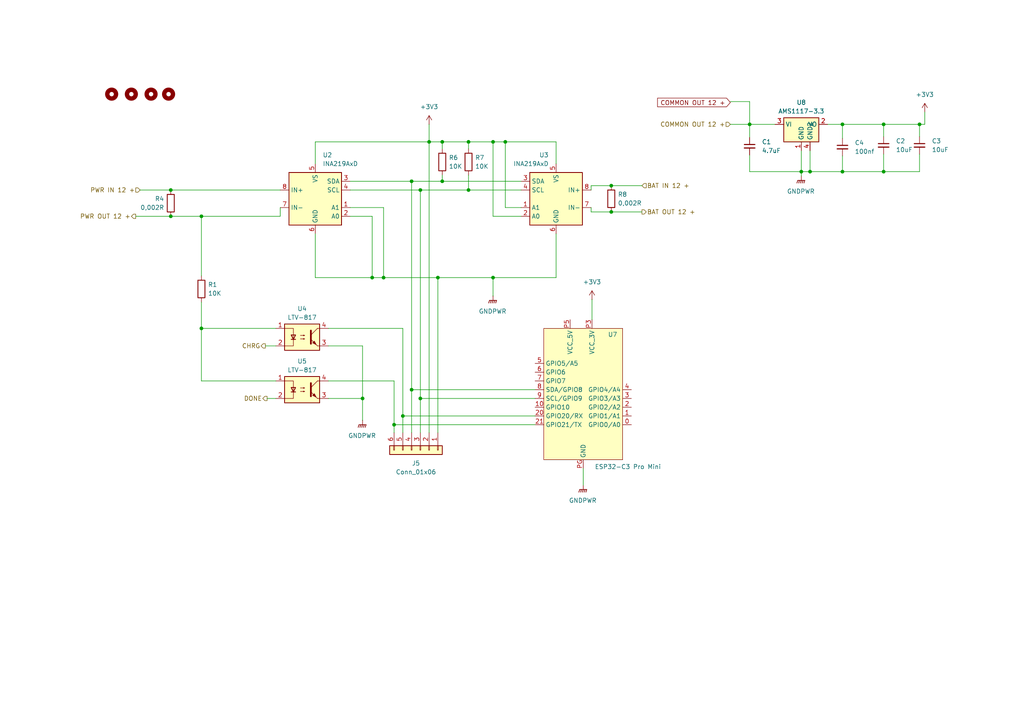
<source format=kicad_sch>
(kicad_sch (version 20250114) (generator "eeschema") (generator_version "9.0")
  (paper "A4")
  (lib_symbols
    (symbol "Connector_Generic:Conn_01x06" (pin_names (offset 1.016) (hide yes))
      (property "Reference" "J" (at 0 7.62 0))
      (property "Value" "Conn_01x06" (at 0 -10.16 0))
      (symbol "Conn_01x06_1_1"
        (rectangle (start -1.27 6.35) (end 1.27 -8.89) (stroke (width 0.254)) (fill (type background)))
        (rectangle (start -1.27 5.207) (end 0 4.953) (stroke (width 0.1524)))
        (rectangle (start -1.27 2.667) (end 0 2.413) (stroke (width 0.1524)))
        (rectangle (start -1.27 0.127) (end 0 -0.127) (stroke (width 0.1524)))
        (rectangle (start -1.27 -2.413) (end 0 -2.667) (stroke (width 0.1524)))
        (rectangle (start -1.27 -4.953) (end 0 -5.207) (stroke (width 0.1524)))
        (rectangle (start -1.27 -7.493) (end 0 -7.747) (stroke (width 0.1524)))
        (pin passive line (at -5.08 5.08 0) (length 3.81) (name "Pin_1") (number "1"))
        (pin passive line (at -5.08 2.54 0) (length 3.81) (name "Pin_2") (number "2"))
        (pin passive line (at -5.08 0 0) (length 3.81) (name "Pin_3") (number "3"))
        (pin passive line (at -5.08 -2.54 0) (length 3.81) (name "Pin_4") (number "4"))
        (pin passive line (at -5.08 -5.08 0) (length 3.81) (name "Pin_5") (number "5"))
        (pin passive line (at -5.08 -7.62 0) (length 3.81) (name "Pin_6") (number "6"))
      )
    )
    (symbol "Device:C_Small" (pin_numbers (hide yes)) (pin_names (offset 0.254) (hide yes))
      (property "Reference" "C" (at 0.254 1.778 0))
      (property "Value" "C_Small" (at 0.254 -2.032 0))
      (symbol "C_Small_0_1"
        (polyline (pts (xy -1.524 0.508) (xy 1.524 0.508)) (stroke (width 0.3048)))
        (polyline (pts (xy -1.524 -0.508) (xy 1.524 -0.508)) (stroke (width 0.3302)))
      )
      (symbol "C_Small_1_1"
        (pin passive line (at 0 2.54 270) (length 2.032) (name "~") (number "1"))
        (pin passive line (at 0 -2.54 90) (length 2.032) (name "~") (number "2"))
      )
    )
    (symbol "Device:R" (pin_numbers (hide yes)) (pin_names (offset 0))
      (property "Reference" "R" (at 2.032 0 90))
      (property "Value" "R" (at 0 0 90))
      (symbol "R_0_1"
        (rectangle (start -1.016 -2.54) (end 1.016 2.54) (stroke (width 0.254)))
      )
      (symbol "R_1_1"
        (pin passive line (at 0 3.81 270) (length 1.27) (name "~") (number "1"))
        (pin passive line (at 0 -3.81 90) (length 1.27) (name "~") (number "2"))
      )
    )
    (symbol "Isolator:LTV-817" (pin_names (offset 1.016))
      (property "Reference" "U" (at -5.08 5.08 0))
      (property "Value" "LTV-817" (at 0 5.08 0))
      (symbol "LTV-817_0_1"
        (rectangle (start -5.08 3.81) (end 5.08 -3.81) (stroke (width 0.254)) (fill (type background)))
        (polyline (pts (xy -5.08 2.54) (xy -2.54 2.54) (xy -2.54 -0.762)))
        (polyline (pts (xy -3.175 -0.635) (xy -1.905 -0.635)) (stroke (width 0.254)))
        (polyline (pts (xy -2.54 -0.635) (xy -2.54 -2.54) (xy -5.08 -2.54)))
        (polyline (pts (xy -2.54 -0.635) (xy -3.175 0.635) (xy -1.905 0.635) (xy -2.54 -0.635)) (stroke (width 0.254)))
        (polyline (pts (xy -0.508 0.508) (xy 0.762 0.508) (xy 0.381 0.381) (xy 0.381 0.635) (xy 0.762 0.508)))
        (polyline (pts (xy -0.508 -0.508) (xy 0.762 -0.508) (xy 0.381 -0.635) (xy 0.381 -0.381) (xy 0.762 -0.508)))
        (polyline (pts (xy 2.54 1.905) (xy 2.54 -1.905)) (stroke (width 0.508)))
        (polyline (pts (xy 2.54 0.635) (xy 4.445 2.54)))
        (polyline (pts (xy 3.048 -1.651) (xy 3.556 -1.143) (xy 4.064 -2.159) (xy 3.048 -1.651)) (fill (type outline)))
        (polyline (pts (xy 4.445 2.54) (xy 5.08 2.54)))
        (polyline (pts (xy 4.445 -2.54) (xy 2.54 -0.635)) (fill (type outline)))
        (polyline (pts (xy 4.445 -2.54) (xy 5.08 -2.54)))
      )
      (symbol "LTV-817_1_1"
        (pin passive line (at -7.62 2.54 0) (length 2.54) (name "~") (number "1"))
        (pin passive line (at -7.62 -2.54 0) (length 2.54) (name "~") (number "2"))
        (pin passive line (at 7.62 2.54 180) (length 2.54) (name "~") (number "4"))
        (pin passive line (at 7.62 -2.54 180) (length 2.54) (name "~") (number "3"))
      )
    )
    (symbol "MCU_Module_local:ESP32_C3_Pro_Mini"
      (property "Reference" "U" (at 7.366 22.606 0))
      (property "Value" "ESP32-C3 Pro Mini" (at 0 -13.716 0))
      (symbol "ESP32_C3_Pro_Mini_1_0"
        (pin unspecified line (at -13.97 0 0) (length 2.54) (name "GPIO4/A4") (number "4"))
        (pin unspecified line (at -13.97 -2.54 0) (length 2.54) (name "GPIO3/A3") (number "3"))
        (pin unspecified line (at -13.97 -5.08 0) (length 2.54) (name "GPIO2/A2") (number "2"))
        (pin unspecified line (at -13.97 -7.62 0) (length 2.54) (name "GPIO1/A1") (number "1"))
        (pin unspecified line (at -13.97 -10.16 0) (length 2.54) (name "GPIO0/A0") (number "0"))
        (pin power_in line (at -2.54 20.32 270) (length 2.54) (name "VCC_3V") (number "P3"))
        (pin unspecified line (at 0 -22.86 90) (length 2.54) (name "GND") (number "PG"))
        (pin unspecified line (at 3.81 20.32 270) (length 2.54) (name "VCC_5V") (number "P5"))
        (pin unspecified line (at 13.97 7.62 180) (length 2.54) (name "GPIO5/A5") (number "5"))
        (pin unspecified line (at 13.97 5.08 180) (length 2.54) (name "GPIO6") (number "6"))
        (pin unspecified line (at 13.97 2.54 180) (length 2.54) (name "GPIO7") (number "7"))
        (pin unspecified line (at 13.97 0 180) (length 2.54) (name "SDA/GPIO8") (number "8"))
        (pin unspecified line (at 13.97 -2.54 180) (length 2.54) (name "SCL/GPIO9") (number "9"))
        (pin unspecified line (at 13.97 -5.08 180) (length 2.54) (name "GPIO10") (number "10"))
        (pin unspecified line (at 13.97 -7.62 180) (length 2.54) (name "GPIO20/RX") (number "20"))
        (pin unspecified line (at 13.97 -10.16 180) (length 2.54) (name "GPIO21/TX") (number "21"))
      )
      (symbol "ESP32_C3_Pro_Mini_1_1"
        (rectangle (start -11.43 17.78) (end 11.43 -20.32) (fill (type background)))
      )
    )
    (symbol "Mechanical:MountingHole" (pin_names (offset 1.016)) (in_bom no)
      (property "Reference" "H" (at 0 5.08 0))
      (property "Value" "MountingHole" (at 0 3.175 0))
      (symbol "MountingHole_0_1"
        (circle (center 0 0) (radius 1.27) (stroke (width 1.27)))
      )
    )
    (symbol "Regulator_Linear:AMS1117-3.3"
      (property "Reference" "U8" (at 0 6.35 0))
      (property "Value" "AMS1117-3.3" (at 0 3.81 0))
      (symbol "AMS1117-3.3_0_1"
        (rectangle (start -5.08 -5.08) (end 5.08 1.905) (stroke (width 0.254)) (fill (type background)))
      )
      (symbol "AMS1117-3.3_1_0"
        (pin power_out line (at 2.54 -7.62 90) (length 2.54) (name "GND2") (number "4"))
      )
      (symbol "AMS1117-3.3_1_1"
        (pin power_in line (at -7.62 0 0) (length 2.54) (name "VI") (number "3"))
        (pin power_in line (at 0 -7.62 90) (length 2.54) (name "GND") (number "1"))
        (pin power_out line (at 7.62 0 180) (length 2.54) (name "VO") (number "2"))
      )
    )
    (symbol "Sensor_Energy:INA219AxD"
      (property "Reference" "U" (at -6.35 8.89 0))
      (property "Value" "INA219AxD" (at 5.08 8.89 0))
      (symbol "INA219AxD_0_1"
        (rectangle (start -7.62 7.62) (end 7.62 -7.62) (stroke (width 0.254)) (fill (type background)))
      )
      (symbol "INA219AxD_1_1"
        (pin input line (at -10.16 2.54 0) (length 2.54) (name "IN+") (number "8"))
        (pin input line (at -10.16 -2.54 0) (length 2.54) (name "IN-") (number "7"))
        (pin power_in line (at 0 10.16 270) (length 2.54) (name "VS") (number "5"))
        (pin power_in line (at 0 -10.16 90) (length 2.54) (name "GND") (number "6"))
        (pin bidirectional line (at 10.16 5.08 180) (length 2.54) (name "SDA") (number "3"))
        (pin input line (at 10.16 2.54 180) (length 2.54) (name "SCL") (number "4"))
        (pin input line (at 10.16 -2.54 180) (length 2.54) (name "A1") (number "1"))
        (pin input line (at 10.16 -5.08 180) (length 2.54) (name "A0") (number "2"))
      )
    )
    (symbol "power:+3V3" (power) (pin_numbers (hide yes)) (pin_names (offset 0) (hide yes))
      (property "Value" "+3V3" (at 0 3.556 0))
      (symbol "+3V3_0_1"
        (polyline (pts (xy -0.762 1.27) (xy 0 2.54)))
        (polyline (pts (xy 0 2.54) (xy 0.762 1.27)))
        (polyline (pts (xy 0 0) (xy 0 2.54)))
      )
      (symbol "+3V3_1_1"
        (pin power_in line (at 0 0 90) (length 0) (name "~") (number "1"))
      )
    )
    (symbol "power:GNDPWR" (power) (pin_numbers (hide yes)) (pin_names (offset 0) (hide yes))
      (property "Value" "GNDPWR" (at 0 -3.302 0))
      (symbol "GNDPWR_0_1"
        (polyline (pts (xy -1.016 -1.27) (xy -1.27 -2.032) (xy -1.27 -2.032)) (stroke (width 0.2032)))
        (polyline (pts (xy -0.508 -1.27) (xy -0.762 -2.032) (xy -0.762 -2.032)) (stroke (width 0.2032)))
        (polyline (pts (xy 0 -1.27) (xy 0 0)))
        (polyline (pts (xy 0 -1.27) (xy -0.254 -2.032) (xy -0.254 -2.032)) (stroke (width 0.2032)))
        (polyline (pts (xy 0.508 -1.27) (xy 0.254 -2.032) (xy 0.254 -2.032)) (stroke (width 0.2032)))
        (polyline (pts (xy 1.016 -1.27) (xy -1.016 -1.27) (xy -1.016 -1.27)) (stroke (width 0.2032)))
        (polyline (pts (xy 1.016 -1.27) (xy 0.762 -2.032) (xy 0.762 -2.032) (xy 0.762 -2.032)) (stroke (width 0.2032)))
      )
      (symbol "GNDPWR_1_1"
        (pin power_in line (at 0 0 270) (length 0) (name "~") (number "1"))
      )
    )
  )
  (junction (at 128.27 52.578))
  (junction (at 111.252 80.518))
  (junction (at 217.424 36.068))
  (junction (at 119.38 113.03))
  (junction (at 232.41 49.784))
  (junction (at 116.84 120.65))
  (junction (at 177.292 53.848))
  (junction (at 124.46 41.148))
  (junction (at 49.53 62.738))
  (junction (at 105.156 115.57))
  (junction (at 234.95 49.784))
  (junction (at 135.89 41.148))
  (junction (at 128.27 41.148))
  (junction (at 58.42 95.25))
  (junction (at 49.53 55.118))
  (junction (at 256.286 49.784))
  (junction (at 143.002 41.148))
  (junction (at 146.558 41.148))
  (junction (at 121.92 55.118))
  (junction (at 135.89 55.118))
  (junction (at 114.3 123.19))
  (junction (at 177.292 61.468))
  (junction (at 266.7 36.068))
  (junction (at 119.38 52.578))
  (junction (at 256.286 36.068))
  (junction (at 121.92 115.57))
  (junction (at 107.95 80.518))
  (junction (at 244.348 49.784))
  (junction (at 244.348 36.068))
  (junction (at 143.002 80.518))
  (junction (at 127 80.518))
  (junction (at 58.42 62.738))
  (wire (pts (xy 256.286 36.068) (xy 266.7 36.068)))
  (wire (pts (xy 268.224 32.512) (xy 268.224 36.068)))
  (wire (pts (xy 101.6 62.738) (xy 107.95 62.738)))
  (wire (pts (xy 124.46 41.148) (xy 124.46 125.476)))
  (wire (pts (xy 127 80.518) (xy 143.002 80.518)))
  (wire (pts (xy 107.95 62.738) (xy 107.95 80.518)))
  (wire (pts (xy 95.25 100.33) (xy 105.156 100.33)))
  (wire (pts (xy 240.03 36.068) (xy 244.348 36.068)))
  (wire (pts (xy 119.38 52.578) (xy 119.38 113.03)))
  (wire (pts (xy 211.836 29.464) (xy 217.424 29.464)))
  (wire (pts (xy 143.002 80.518) (xy 161.29 80.518)))
  (wire (pts (xy 121.92 115.57) (xy 121.92 125.476)))
  (wire (pts (xy 39.37 62.738) (xy 49.53 62.738)))
  (wire (pts (xy 169.164 135.89) (xy 169.164 140.716)))
  (wire (pts (xy 171.704 86.868) (xy 171.704 92.71)))
  (wire (pts (xy 128.27 52.578) (xy 151.13 52.578)))
  (wire (pts (xy 266.7 49.784) (xy 256.286 49.784)))
  (wire (pts (xy 234.95 43.688) (xy 234.95 49.784)))
  (wire (pts (xy 171.45 55.118) (xy 171.45 53.848)))
  (wire (pts (xy 256.286 44.704) (xy 256.286 49.784)))
  (wire (pts (xy 95.25 115.57) (xy 105.156 115.57)))
  (wire (pts (xy 266.7 44.704) (xy 266.7 49.784)))
  (wire (pts (xy 143.002 80.518) (xy 143.002 85.852)))
  (wire (pts (xy 111.252 80.518) (xy 127 80.518)))
  (wire (pts (xy 151.13 62.738) (xy 143.002 62.738)))
  (wire (pts (xy 58.42 62.738) (xy 58.42 80.01)))
  (wire (pts (xy 111.252 60.198) (xy 111.252 80.518)))
  (wire (pts (xy 217.424 36.068) (xy 217.424 39.878)))
  (wire (pts (xy 143.002 41.148) (xy 143.002 62.738)))
  (wire (pts (xy 128.27 50.8) (xy 128.27 52.578)))
  (wire (pts (xy 105.156 115.57) (xy 105.156 121.92)))
  (wire (pts (xy 119.38 113.03) (xy 119.38 125.476)))
  (wire (pts (xy 244.348 36.068) (xy 244.348 40.132)))
  (wire (pts (xy 232.41 43.688) (xy 232.41 49.784)))
  (wire (pts (xy 171.45 61.468) (xy 177.292 61.468)))
  (wire (pts (xy 217.424 36.068) (xy 224.79 36.068)))
  (wire (pts (xy 161.29 41.148) (xy 161.29 47.498)))
  (wire (pts (xy 135.89 41.148) (xy 143.002 41.148)))
  (wire (pts (xy 119.38 113.03) (xy 155.194 113.03)))
  (wire (pts (xy 91.44 80.518) (xy 107.95 80.518)))
  (wire (pts (xy 91.44 67.818) (xy 91.44 80.518)))
  (wire (pts (xy 128.27 41.148) (xy 128.27 43.18)))
  (wire (pts (xy 121.92 55.118) (xy 135.89 55.118)))
  (wire (pts (xy 135.89 50.8) (xy 135.89 55.118)))
  (wire (pts (xy 107.95 80.518) (xy 111.252 80.518)))
  (wire (pts (xy 40.64 55.118) (xy 49.53 55.118)))
  (wire (pts (xy 171.45 53.848) (xy 177.292 53.848)))
  (wire (pts (xy 101.6 60.198) (xy 111.252 60.198)))
  (wire (pts (xy 116.84 95.25) (xy 95.25 95.25)))
  (wire (pts (xy 76.962 100.33) (xy 80.01 100.33)))
  (wire (pts (xy 135.89 41.148) (xy 135.89 43.18)))
  (wire (pts (xy 135.89 55.118) (xy 151.13 55.118)))
  (wire (pts (xy 127 80.518) (xy 127 125.476)))
  (wire (pts (xy 114.3 110.49) (xy 114.3 123.19)))
  (wire (pts (xy 211.836 36.068) (xy 217.424 36.068)))
  (wire (pts (xy 171.45 60.198) (xy 171.45 61.468)))
  (wire (pts (xy 177.292 53.848) (xy 186.182 53.848)))
  (wire (pts (xy 101.6 52.578) (xy 119.38 52.578)))
  (wire (pts (xy 232.41 49.784) (xy 232.41 51.054)))
  (wire (pts (xy 58.42 87.63) (xy 58.42 95.25)))
  (wire (pts (xy 124.46 36.068) (xy 124.46 41.148)))
  (wire (pts (xy 217.424 29.464) (xy 217.424 36.068)))
  (wire (pts (xy 77.47 115.57) (xy 80.01 115.57)))
  (wire (pts (xy 91.44 41.148) (xy 91.44 47.498)))
  (wire (pts (xy 114.3 123.19) (xy 155.194 123.19)))
  (wire (pts (xy 244.348 45.212) (xy 244.348 49.784)))
  (wire (pts (xy 256.286 39.624) (xy 256.286 36.068)))
  (wire (pts (xy 146.558 60.198) (xy 151.13 60.198)))
  (wire (pts (xy 177.292 61.468) (xy 186.182 61.468)))
  (wire (pts (xy 232.41 49.784) (xy 234.95 49.784)))
  (wire (pts (xy 114.3 123.19) (xy 114.3 125.476)))
  (wire (pts (xy 217.424 44.958) (xy 217.424 49.784)))
  (wire (pts (xy 234.95 49.784) (xy 244.348 49.784)))
  (wire (pts (xy 58.42 62.738) (xy 81.28 62.738)))
  (wire (pts (xy 116.84 120.65) (xy 155.194 120.65)))
  (wire (pts (xy 146.558 41.148) (xy 161.29 41.148)))
  (wire (pts (xy 58.42 110.49) (xy 80.01 110.49)))
  (wire (pts (xy 143.002 41.148) (xy 146.558 41.148)))
  (wire (pts (xy 116.84 95.25) (xy 116.84 120.65)))
  (wire (pts (xy 121.92 55.118) (xy 121.92 115.57)))
  (wire (pts (xy 128.27 41.148) (xy 135.89 41.148)))
  (wire (pts (xy 244.348 49.784) (xy 256.286 49.784)))
  (wire (pts (xy 266.7 36.068) (xy 268.224 36.068)))
  (wire (pts (xy 161.29 80.518) (xy 161.29 67.818)))
  (wire (pts (xy 58.42 95.25) (xy 58.42 110.49)))
  (wire (pts (xy 266.7 39.624) (xy 266.7 36.068)))
  (wire (pts (xy 116.84 120.65) (xy 116.84 125.476)))
  (wire (pts (xy 105.156 100.33) (xy 105.156 115.57)))
  (wire (pts (xy 146.558 41.148) (xy 146.558 60.198)))
  (wire (pts (xy 49.53 62.738) (xy 58.42 62.738)))
  (wire (pts (xy 58.42 95.25) (xy 80.01 95.25)))
  (wire (pts (xy 91.44 41.148) (xy 124.46 41.148)))
  (wire (pts (xy 217.424 49.784) (xy 232.41 49.784)))
  (wire (pts (xy 101.6 55.118) (xy 121.92 55.118)))
  (wire (pts (xy 119.38 52.578) (xy 128.27 52.578)))
  (wire (pts (xy 49.53 55.118) (xy 81.28 55.118)))
  (wire (pts (xy 114.3 110.49) (xy 95.25 110.49)))
  (wire (pts (xy 124.46 41.148) (xy 128.27 41.148)))
  (wire (pts (xy 244.348 36.068) (xy 256.286 36.068)))
  (wire (pts (xy 121.92 115.57) (xy 155.194 115.57)))
  (wire (pts (xy 81.28 62.738) (xy 81.28 60.198)))
  (global_label "COMMON OUT 12 +" (shape input) (at 211.836 29.718 180) (property "Intersheetrefs" "${INTERSHEET_REFS}" (effects (hide yes))))
  (hierarchical_label "BAT OUT 12 +" (shape output) (at 186.182 61.468 0))
  (hierarchical_label "BAT IN 12 +" (shape input) (at 186.182 53.848 0))
  (hierarchical_label "COMMON OUT 12 +" (shape input) (at 211.836 36.068 180))
  (hierarchical_label "PWR IN 12 +" (shape input) (at 40.64 55.118 180))
  (hierarchical_label "CHRG" (shape output) (at 76.962 100.33 180))
  (hierarchical_label "DONE" (shape output) (at 77.47 115.57 180))
  (hierarchical_label "PWR OUT 12 +" (shape output) (at 39.37 62.738 180))
  (symbol (lib_id "power:+3V3") (at 171.704 86.868 0) (unit 1)
    (property "Reference" "#PWR014" (effects (hide yes)))
    (property "Value" "+3V3" (at 171.704 81.788 0))
    (property "Description" "Power symbol creates a global label with name \"+3V3\"" (effects (hide yes)))
  )
  (symbol (lib_id "Device:C_Small") (at 217.424 42.418 0) (unit 1)
    (property "Reference" "C1" (at 220.98 41.1542 0) (effects (justify left)))
    (property "Value" "4.7uF" (at 220.98 43.6942 0) (effects (justify left)))
    (property "Footprint" "Capacitor_SMD:C_1210_3225Metric_Pad1.33x2.70mm_HandSolder" (effects (hide yes)))
    (property "Description" "Unpolarized capacitor, small symbol" (effects (hide yes)))
  )
  (symbol (lib_id "Mechanical:MountingHole") (at 43.815 27.305 0) (unit 1) (in_bom no)
    (property "Reference" "H3" (effects (hide yes)))
    (property "Value" "MountingHole" (effects (hide yes)))
    (property "Footprint" "MountingHole:MountingHole_3.5mm_Pad_TopBottom" (effects (hide yes)))
    (property "Description" "Mounting Hole without connection" (effects (hide yes)))
  )
  (symbol (lib_id "Device:R") (at 58.42 83.82 0) (unit 1)
    (property "Reference" "R1" (at 60.325 82.5499 0) (effects (justify left)))
    (property "Value" "10K" (at 60.325 85.0899 0) (effects (justify left)))
    (property "Footprint" "Resistor_SMD:R_0603_1608Metric_Pad0.98x0.95mm_HandSolder" (effects (hide yes)))
  )
  (symbol (lib_id "power:GNDPWR") (at 232.41 51.054 0) (unit 1)
    (property "Reference" "#PWR013" (effects (hide yes)))
    (property "Value" "GNDPWR" (at 232.283 55.499 0))
    (property "Description" "Power symbol creates a global label with name \"GNDPWR\" , global ground" (effects (hide yes)))
  )
  (symbol (lib_id "Device:R") (at 128.27 46.99 0) (unit 1)
    (property "Reference" "R6" (at 130.175 45.7199 0) (effects (justify left)))
    (property "Value" "10K" (at 130.175 48.2599 0) (effects (justify left)))
    (property "Footprint" "Resistor_SMD:R_0805_2012Metric_Pad1.20x1.40mm_HandSolder" (effects (hide yes)))
  )
  (symbol (lib_id "Isolator:LTV-817") (at 87.63 97.79 0) (unit 1)
    (property "Reference" "U4" (at 87.63 89.535 0))
    (property "Value" "LTV-817" (at 87.63 92.075 0))
    (property "Footprint" "Package_DIP:DIP-4_W7.62mm" (effects (hide yes)))
    (property "Datasheet" "http://www.us.liteon.com/downloads/LTV-817-827-847.PDF" (effects (hide yes)))
    (property "Description" "DC Optocoupler, Vce 35V, CTR 50%, DIP-4" (effects (hide yes)))
  )
  (symbol (lib_id "Regulator_Linear:AMS1117-3.3") (at 232.41 36.068 0) (unit 1)
    (property "Reference" "U8" (at 232.41 29.718 0))
    (property "Value" "AMS1117-3.3" (at 232.41 32.258 0))
    (property "Footprint" "Package_TO_SOT_SMD:SOT-223-3_TabPin2" (effects (hide yes)))
    (property "Datasheet" "http://www.advanced-monolithic.com/pdf/ds1117.pdf" (effects (hide yes)))
    (property "Description" "1A Low Dropout regulator, positive, 3.3V fixed output, SOT-223" (effects (hide yes)))
  )
  (symbol (lib_id "Device:R") (at 135.89 46.99 0) (unit 1)
    (property "Reference" "R7" (at 137.795 45.7199 0) (effects (justify left)))
    (property "Value" "10K" (at 137.795 48.2599 0) (effects (justify left)))
    (property "Footprint" "Resistor_SMD:R_0805_2012Metric_Pad1.20x1.40mm_HandSolder" (effects (hide yes)))
  )
  (symbol (lib_id "power:+3V3") (at 268.224 32.512 0) (unit 1)
    (property "Reference" "#PWR012" (effects (hide yes)))
    (property "Value" "+3V3" (at 268.224 27.432 0))
    (property "Description" "Power symbol creates a global label with name \"+3V3\"" (effects (hide yes)))
  )
  (symbol (lib_id "Mechanical:MountingHole") (at 38.1 27.305 0) (unit 1) (in_bom no)
    (property "Reference" "H2" (effects (hide yes)))
    (property "Value" "MountingHole" (effects (hide yes)))
    (property "Footprint" "MountingHole:MountingHole_3.5mm_Pad_TopBottom" (effects (hide yes)))
    (property "Description" "Mounting Hole without connection" (effects (hide yes)))
  )
  (symbol (lib_id "power:GNDPWR") (at 143.002 85.852 0) (unit 1)
    (property "Reference" "#PWR02" (effects (hide yes)))
    (property "Value" "GNDPWR" (at 142.875 90.297 0))
    (property "Description" "Power symbol creates a global label with name \"GNDPWR\" , global ground" (effects (hide yes)))
  )
  (symbol (lib_id "Device:C_Small") (at 266.7 42.164 0) (unit 1)
    (property "Reference" "C3" (at 270.256 40.9002 0) (effects (justify left)))
    (property "Value" "10uF" (at 270.256 43.4402 0) (effects (justify left)))
    (property "Footprint" "Capacitor_Tantalum_SMD:CP_EIA-3528-21_Kemet-B_HandSolder" (effects (hide yes)))
    (property "Description" "Unpolarized capacitor, small symbol" (effects (hide yes)))
  )
  (symbol (lib_id "Mechanical:MountingHole") (at 48.895 27.305 0) (unit 1) (in_bom no)
    (property "Reference" "H4" (effects (hide yes)))
    (property "Value" "MountingHole" (effects (hide yes)))
    (property "Footprint" "MountingHole:MountingHole_3.5mm_Pad_TopBottom" (effects (hide yes)))
    (property "Description" "Mounting Hole without connection" (effects (hide yes)))
  )
  (symbol (lib_id "Device:R") (at 49.53 58.928 0) (mirror y) (unit 1)
    (property "Reference" "R4" (at 47.625 57.6579 0) (effects (justify left)))
    (property "Value" "0,002R" (at 47.625 60.1979 0) (effects (justify left)))
    (property "Footprint" "Resistor_SMD:R_2512_6332Metric_Pad1.40x3.35mm_HandSolder" (effects (hide yes)))
    (property "Description" "Resistor" (effects (hide yes)))
  )
  (symbol (lib_id "Device:C_Small") (at 244.348 42.672 0) (unit 1)
    (property "Reference" "C4" (at 247.904 41.4082 0) (effects (justify left)))
    (property "Value" "100nf" (at 247.904 43.9482 0) (effects (justify left)))
    (property "Footprint" "Capacitor_SMD:C_0805_2012Metric_Pad1.18x1.45mm_HandSolder" (effects (hide yes)))
    (property "Description" "Unpolarized capacitor, small symbol" (effects (hide yes)))
  )
  (symbol (lib_id "power:+3V3") (at 124.46 36.068 0) (unit 1)
    (property "Reference" "#PWR01" (effects (hide yes)))
    (property "Value" "+3V3" (at 124.46 30.988 0))
    (property "Description" "Power symbol creates a global label with name \"+3V3\"" (effects (hide yes)))
  )
  (symbol (lib_id "power:GNDPWR") (at 105.156 121.92 0) (unit 1)
    (property "Reference" "#PWR03" (effects (hide yes)))
    (property "Value" "GNDPWR" (at 105.029 126.365 0))
    (property "Description" "Power symbol creates a global label with name \"GNDPWR\" , global ground" (effects (hide yes)))
  )
  (symbol (lib_id "Connector_Generic:Conn_01x06") (at 121.92 130.556 270) (unit 1)
    (property "Reference" "J5" (at 120.65 134.366 90))
    (property "Value" "Conn_01x06" (at 120.65 136.906 90))
    (property "Footprint" "Connector_JST:JST_PH_S6B-PH-K_1x06_P2.00mm_Horizontal" (effects (hide yes)))
    (property "Description" "Generic connector, single row, 01x06, script generated (kicad-library-utils/schlib/autogen/connector/)" (effects (hide yes)))
  )
  (symbol (lib_id "power:GNDPWR") (at 169.164 140.716 0) (unit 1)
    (property "Reference" "#PWR015" (effects (hide yes)))
    (property "Value" "GNDPWR" (at 169.037 145.161 0))
    (property "Description" "Power symbol creates a global label with name \"GNDPWR\" , global ground" (effects (hide yes)))
  )
  (symbol (lib_id "MCU_Module_local:ESP32_C3_Pro_Mini") (at 169.164 113.03 0) (mirror y) (unit 1)
    (property "Reference" "U7" (at 179.07 97.028 0) (effects (justify left)))
    (property "Value" "ESP32-C3 Pro Mini" (at 191.77 135.382 0) (effects (justify left)))
    (property "Footprint" "WIFI_Module:ESP32-C3_Pro_mini_pin" (effects (hide yes)))
  )
  (symbol (lib_id "Device:C_Small") (at 256.286 42.164 0) (unit 1)
    (property "Reference" "C2" (at 259.842 40.9002 0) (effects (justify left)))
    (property "Value" "10uF" (at 259.842 43.4402 0) (effects (justify left)))
    (property "Footprint" "Capacitor_Tantalum_SMD:CP_EIA-3528-21_Kemet-B_HandSolder" (effects (hide yes)))
    (property "Description" "Unpolarized capacitor, small symbol" (effects (hide yes)))
  )
  (symbol (lib_id "Sensor_Energy:INA219AxD") (at 91.44 57.658 0) (unit 1)
    (property "Reference" "U2" (at 93.5833 44.958 0) (effects (justify left)))
    (property "Value" "INA219AxD" (at 93.5833 47.498 0) (effects (justify left)))
    (property "Footprint" "Package_SO:SOIC-8_3.9x4.9mm_P1.27mm" (effects (hide yes)))
    (property "Datasheet" "http://www.ti.com/lit/ds/symlink/ina219.pdf" (effects (hide yes)))
    (property "Description" "Zero-Drift, Bidirectional Current/Power Monitor (0-26V) With I2C Interface, SOIC-8" (effects (hide yes)))
  )
  (symbol (lib_id "Mechanical:MountingHole") (at 32.385 27.305 0) (unit 1) (in_bom no)
    (property "Reference" "H1" (effects (hide yes)))
    (property "Value" "MountingHole" (effects (hide yes)))
    (property "Footprint" "MountingHole:MountingHole_3.5mm_Pad_TopBottom" (effects (hide yes)))
    (property "Description" "Mounting Hole without connection" (effects (hide yes)))
  )
  (symbol (lib_id "Sensor_Energy:INA219AxD") (at 161.29 57.658 0) (mirror y) (unit 1)
    (property "Reference" "U3" (at 159.1467 44.958 0) (effects (justify left)))
    (property "Value" "INA219AxD" (at 159.1467 47.498 0) (effects (justify left)))
    (property "Footprint" "Package_SO:SOIC-8_3.9x4.9mm_P1.27mm" (effects (hide yes)))
    (property "Datasheet" "http://www.ti.com/lit/ds/symlink/ina219.pdf" (effects (hide yes)))
    (property "Description" "Zero-Drift, Bidirectional Current/Power Monitor (0-26V) With I2C Interface, SOIC-8" (effects (hide yes)))
  )
  (symbol (lib_id "Device:R") (at 177.292 57.658 0) (unit 1)
    (property "Reference" "R8" (at 179.197 56.3879 0) (effects (justify left)))
    (property "Value" "0,002R" (at 179.197 58.9279 0) (effects (justify left)))
    (property "Footprint" "Resistor_SMD:R_2512_6332Metric_Pad1.40x3.35mm_HandSolder" (effects (hide yes)))
    (property "Description" "Resistor" (effects (hide yes)))
  )
  (symbol (lib_id "Isolator:LTV-817") (at 87.63 113.03 0) (unit 1)
    (property "Reference" "U5" (at 87.63 104.775 0))
    (property "Value" "LTV-817" (at 87.63 107.315 0))
    (property "Footprint" "Package_DIP:DIP-4_W7.62mm" (effects (hide yes)))
    (property "Datasheet" "http://www.us.liteon.com/downloads/LTV-817-827-847.PDF" (effects (hide yes)))
    (property "Description" "DC Optocoupler, Vce 35V, CTR 50%, DIP-4" (effects (hide yes)))
  )
)
</source>
